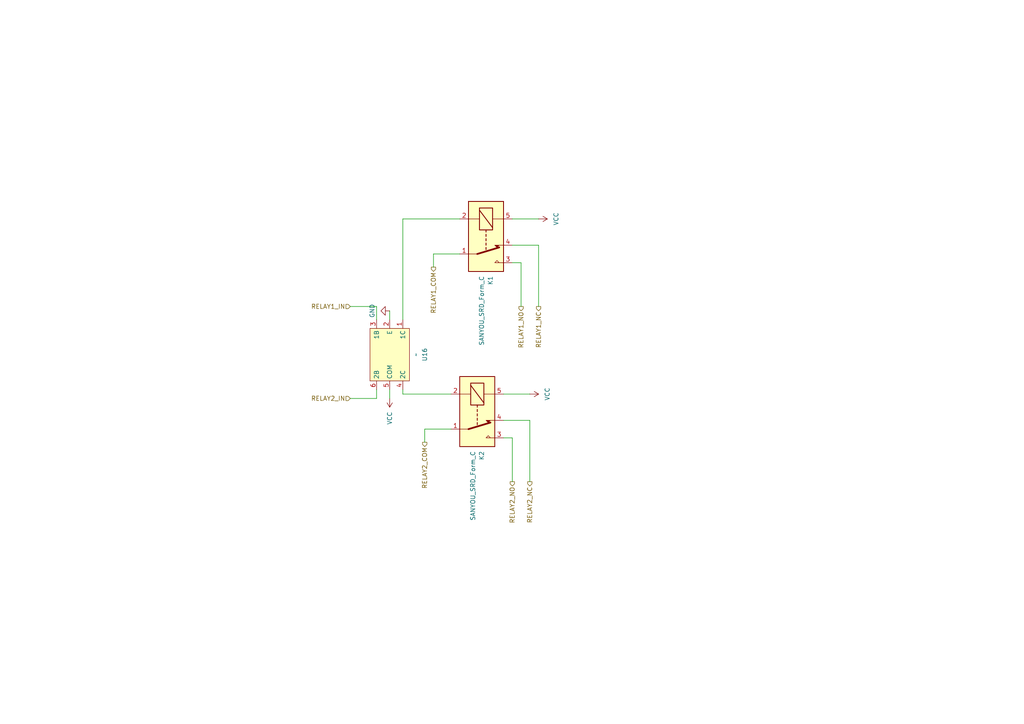
<source format=kicad_sch>
(kicad_sch (version 20250114) (generator "eeschema") (generator_version "9.0")
  (paper "A4")
  (lib_symbols
    (symbol "Proyecto_componente:LK1802"
      (property "Reference" "U" (at 0 -7.366 0))
      (symbol "LK1802_1_1"
        (rectangle (start -7.6199 5.715) (end 7.62 -5.715) (fill (type color) (color 255 255 194 1)))
        (pin input line (at -10.16 3.81 0) (length 2.54) (name "1C") (number "1"))
        (pin input line (at -10.16 0 0) (length 2.54) (name "E") (number "2"))
        (pin input line (at -10.16 -3.81 0) (length 2.54) (name "1B") (number "3"))
        (pin input line (at 10.16 3.81 180) (length 2.54) (name "2C") (number "4"))
        (pin input line (at 10.16 0 180) (length 2.54) (name "COM") (number "5"))
        (pin input line (at 10.16 -3.81 180) (length 2.54) (name "2B") (number "6"))
      )
    )
    (symbol "Relay:SANYOU_SRD_Form_C"
      (property "Reference" "K" (at 11.43 3.81 0))
      (property "Value" "SANYOU_SRD_Form_C" (at 11.43 1.27 0))
      (symbol "SANYOU_SRD_Form_C_0_0"
        (polyline (pts (xy 7.62 5.08) (xy 7.62 2.54) (xy 6.985 3.175) (xy 7.62 3.81)))
      )
      (symbol "SANYOU_SRD_Form_C_0_1"
        (rectangle (start -10.16 5.08) (end 10.16 -5.08) (stroke (width 0.254)) (fill (type background)))
        (rectangle (start -8.255 1.905) (end -1.905 -1.905) (stroke (width 0.254)))
        (polyline (pts (xy -7.62 -1.905) (xy -2.54 1.905)) (stroke (width 0.254)))
        (polyline (pts (xy -5.08 5.08) (xy -5.08 1.905)))
        (polyline (pts (xy -5.08 -5.08) (xy -5.08 -1.905)))
        (polyline (pts (xy -1.905 0) (xy -1.27 0)) (stroke (width 0.254)))
        (polyline (pts (xy -0.635 0) (xy 0 0)) (stroke (width 0.254)))
        (polyline (pts (xy 0.635 0) (xy 1.27 0)) (stroke (width 0.254)))
        (polyline (pts (xy 1.905 0) (xy 2.54 0)) (stroke (width 0.254)))
        (polyline (pts (xy 3.175 0) (xy 3.81 0)) (stroke (width 0.254)))
        (polyline (pts (xy 5.08 -2.54) (xy 3.175 3.81)) (stroke (width 0.508)))
        (polyline (pts (xy 5.08 -2.54) (xy 5.08 -5.08)))
      )
      (symbol "SANYOU_SRD_Form_C_1_1"
        (polyline (pts (xy 2.54 3.81) (xy 3.175 3.175) (xy 2.54 2.54) (xy 2.54 5.08)) (fill (type outline)))
        (pin passive line (at -5.08 7.62 270) (length 2.54) (name "~") (number "5"))
        (pin passive line (at -5.08 -7.62 90) (length 2.54) (name "~") (number "2"))
        (pin passive line (at 2.54 7.62 270) (length 2.54) (name "~") (number "4"))
        (pin passive line (at 5.08 -7.62 90) (length 2.54) (name "~") (number "1"))
        (pin passive line (at 7.62 7.62 270) (length 2.54) (name "~") (number "3"))
      )
    )
    (symbol "power:GND" (power) (pin_numbers (hide yes)) (pin_names (offset 0) (hide yes))
      (property "Value" "GND" (at 0 -3.81 0))
      (symbol "GND_0_1"
        (polyline (pts (xy 0 0) (xy 0 -1.27) (xy 1.27 -1.27) (xy 0 -2.54) (xy -1.27 -1.27) (xy 0 -1.27)))
      )
      (symbol "GND_1_1"
        (pin power_in line (at 0 0 270) (length 0) (name "~") (number "1"))
      )
    )
    (symbol "power:VCC" (power) (pin_numbers (hide yes)) (pin_names (offset 0) (hide yes))
      (property "Value" "VCC" (at 0 3.556 0))
      (symbol "VCC_0_1"
        (polyline (pts (xy -0.762 1.27) (xy 0 2.54)))
        (polyline (pts (xy 0 2.54) (xy 0.762 1.27)))
        (polyline (pts (xy 0 0) (xy 0 2.54)))
      )
      (symbol "VCC_1_1"
        (pin power_in line (at 0 0 90) (length 0) (name "~") (number "1"))
      )
    )
  )
  (wire (pts (xy 156.21 63.5) (xy 148.59 63.5)))
  (wire (pts (xy 130.81 124.46) (xy 123.19 124.46)))
  (wire (pts (xy 146.05 121.92) (xy 153.67 121.92)))
  (wire (pts (xy 109.22 88.9) (xy 109.22 92.71)))
  (wire (pts (xy 116.84 63.5) (xy 116.84 92.71)))
  (wire (pts (xy 148.59 71.12) (xy 156.21 71.12)))
  (wire (pts (xy 146.05 127) (xy 148.59 127)))
  (wire (pts (xy 113.03 90.17) (xy 113.03 92.71)))
  (wire (pts (xy 101.6 115.57) (xy 109.22 115.57)))
  (wire (pts (xy 148.59 127) (xy 148.59 139.7)))
  (wire (pts (xy 123.19 124.46) (xy 123.19 128.27)))
  (wire (pts (xy 113.03 113.03) (xy 113.03 115.57)))
  (wire (pts (xy 109.22 115.57) (xy 109.22 113.03)))
  (wire (pts (xy 153.67 121.92) (xy 153.67 139.7)))
  (wire (pts (xy 116.84 114.3) (xy 130.81 114.3)))
  (wire (pts (xy 151.13 76.2) (xy 151.13 88.9)))
  (wire (pts (xy 116.84 63.5) (xy 133.35 63.5)))
  (wire (pts (xy 125.73 73.66) (xy 133.35 73.66)))
  (wire (pts (xy 156.21 71.12) (xy 156.21 88.9)))
  (wire (pts (xy 153.67 114.3) (xy 146.05 114.3)))
  (wire (pts (xy 101.6 88.9) (xy 109.22 88.9)))
  (wire (pts (xy 116.84 113.03) (xy 116.84 114.3)))
  (wire (pts (xy 148.59 76.2) (xy 151.13 76.2)))
  (wire (pts (xy 125.73 77.47) (xy 125.73 73.66)))
  (hierarchical_label "RELAY2_COM" (shape output) (at 123.19 128.27 270))
  (hierarchical_label "RELAY2_NO" (shape output) (at 148.59 139.7 270))
  (hierarchical_label "RELAY2_NC" (shape output) (at 153.67 139.7 270))
  (hierarchical_label "RELAY1_NO" (shape output) (at 151.13 88.9 270))
  (hierarchical_label "RELAY1_NC" (shape output) (at 156.21 88.9 270))
  (hierarchical_label "RELAY2_IN" (shape input) (at 101.6 115.57 180))
  (hierarchical_label "RELAY1_COM" (shape output) (at 125.73 77.47 270))
  (hierarchical_label "RELAY1_IN" (shape input) (at 101.6 88.9 180))
  (symbol (lib_id "power:VCC") (at 113.03 115.57 180) (unit 1)
    (property "Reference" "#PWR042" (effects (hide yes)))
    (property "Value" "VCC" (at 113.0301 119.38 90) (effects (justify left)))
    (property "Description" "Power symbol creates a global label with name \"VCC\"" (effects (hide yes)))
  )
  (symbol (lib_id "Proyecto_componente:LK1802") (at 113.03 102.87 270) (unit 1)
    (property "Reference" "U16" (at 123.19 102.87 0))
    (property "Value" "~" (at 120.65 102.87 0))
    (property "Footprint" "Project Library:LK1802" (effects (hide yes)))
  )
  (symbol (lib_id "power:VCC") (at 156.21 63.5 270) (unit 1)
    (property "Reference" "#PWR017" (effects (hide yes)))
    (property "Value" "VCC" (at 161.29 63.5 0))
    (property "Description" "Power symbol creates a global label with name \"VCC\"" (effects (hide yes)))
  )
  (symbol (lib_id "Relay:SANYOU_SRD_Form_C") (at 138.43 119.38 270) (unit 1)
    (property "Reference" "K2" (at 139.7001 130.81 0) (effects (justify left)))
    (property "Value" "SANYOU_SRD_Form_C" (at 137.1601 130.81 0) (effects (justify left)))
    (property "Footprint" "Relay_THT:Relay_SPDT_SANYOU_SRD_Series_Form_C" (effects (hide yes)))
    (property "Datasheet" "http://www.sanyourelay.ca/public/products/pdf/SRD.pdf" (effects (hide yes)))
    (property "Description" "Sanyo SRD relay, Single Pole Miniature Power Relay," (effects (hide yes)))
  )
  (symbol (lib_id "Relay:SANYOU_SRD_Form_C") (at 140.97 68.58 270) (unit 1)
    (property "Reference" "K1" (at 142.2401 80.01 0) (effects (justify left)))
    (property "Value" "SANYOU_SRD_Form_C" (at 139.7001 80.01 0) (effects (justify left)))
    (property "Footprint" "Relay_THT:Relay_SPDT_SANYOU_SRD_Series_Form_C" (effects (hide yes)))
    (property "Datasheet" "http://www.sanyourelay.ca/public/products/pdf/SRD.pdf" (effects (hide yes)))
    (property "Description" "Sanyo SRD relay, Single Pole Miniature Power Relay," (effects (hide yes)))
  )
  (symbol (lib_id "power:GND") (at 113.03 90.17 270) (unit 1)
    (property "Reference" "#PWR041" (effects (hide yes)))
    (property "Value" "GND" (at 107.95 90.17 0))
    (property "Description" "Power symbol creates a global label with name \"GND\" , ground" (effects (hide yes)))
  )
  (symbol (lib_id "power:VCC") (at 153.67 114.3 270) (unit 1)
    (property "Reference" "#PWR018" (effects (hide yes)))
    (property "Value" "VCC" (at 158.75 114.3 0))
    (property "Description" "Power symbol creates a global label with name \"VCC\"" (effects (hide yes)))
  )
)
</source>
